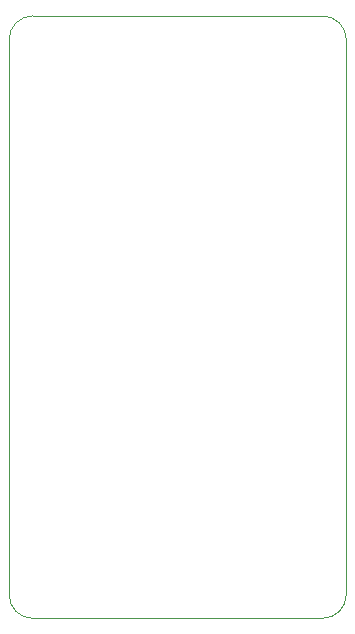
<source format=gbr>
%TF.GenerationSoftware,KiCad,Pcbnew,9.0.0+dfsg-1*%
%TF.CreationDate,2025-05-03T00:49:58+02:00*%
%TF.ProjectId,detec_presence_IR,64657465-635f-4707-9265-73656e63655f,rev?*%
%TF.SameCoordinates,Original*%
%TF.FileFunction,Profile,NP*%
%FSLAX46Y46*%
G04 Gerber Fmt 4.6, Leading zero omitted, Abs format (unit mm)*
G04 Created by KiCad (PCBNEW 9.0.0+dfsg-1) date 2025-05-03 00:49:58*
%MOMM*%
%LPD*%
G01*
G04 APERTURE LIST*
%TA.AperFunction,Profile*%
%ADD10C,0.100000*%
%TD*%
G04 APERTURE END LIST*
D10*
X107750000Y-67450000D02*
G75*
G02*
X109750000Y-65450000I2000000J0D01*
G01*
X136300000Y-67450000D02*
X136300000Y-114450000D01*
X136300000Y-114450000D02*
G75*
G02*
X134300000Y-116450000I-2000000J0D01*
G01*
X134300000Y-116450000D02*
X109750000Y-116450000D01*
X109750000Y-65450000D02*
X134300000Y-65450000D01*
X107750000Y-114450000D02*
X107750000Y-67450000D01*
X109750000Y-116450000D02*
G75*
G02*
X107750000Y-114450000I0J2000000D01*
G01*
X134300000Y-65450000D02*
G75*
G02*
X136300000Y-67450000I0J-2000000D01*
G01*
M02*

</source>
